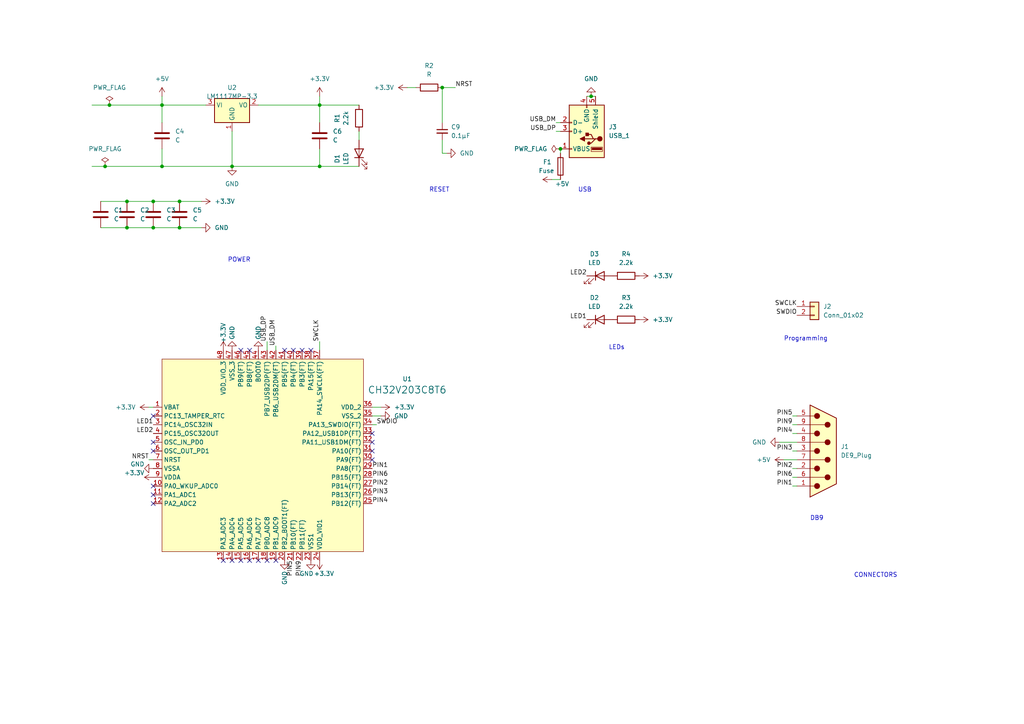
<source format=kicad_sch>
(kicad_sch (version 20250114) (generator "eeschema") (generator_version "9.0")
  (paper "A4")
  (lib_symbols
    (symbol "CH32V203:CH32V203C8T6"
      (property "Reference" "U" (at 1.27 -1.27 0))
      (property "Value" "CH32V203C8T6" (at 29.21 26.67 0))
      (symbol "CH32V203C8T6_0_1"
        (rectangle (start 0 0) (end 58.42 55.88) (fill (type background)))
      )
      (symbol "CH32V203C8T6_1_1"
        (pin power_in line (at -2.54 41.91 0) (length 2.54) (name "VBAT") (number "1"))
        (pin bidirectional line (at -2.54 39.37 0) (length 2.54) (name "PC13_TAMPER_RTC") (number "2"))
        (pin bidirectional line (at -2.54 36.83 0) (length 2.54) (name "PC14_OSC32IN") (number "3"))
        (pin bidirectional line (at -2.54 34.29 0) (length 2.54) (name "PC15_OSC32OUT") (number "4"))
        (pin bidirectional line (at -2.54 31.75 0) (length 2.54) (name "OSC_IN_PD0") (number "5"))
        (pin bidirectional line (at -2.54 29.21 0) (length 2.54) (name "OSC_OUT_PD1") (number "6"))
        (pin bidirectional line (at -2.54 26.67 0) (length 2.54) (name "NRST") (number "7"))
        (pin power_in line (at -2.54 24.13 0) (length 2.54) (name "VSSA") (number "8"))
        (pin power_in line (at -2.54 21.59 0) (length 2.54) (name "VDDA") (number "9"))
        (pin bidirectional line (at -2.54 19.05 0) (length 2.54) (name "PA0_WKUP_ADC0") (number "10"))
        (pin bidirectional line (at -2.54 16.51 0) (length 2.54) (name "PA1_ADC1") (number "11"))
        (pin bidirectional line (at -2.54 13.97 0) (length 2.54) (name "PA2_ADC2") (number "12"))
        (pin power_in line (at 17.78 58.42 270) (length 2.54) (name "VDD_VIO_3") (number "48"))
        (pin bidirectional line (at 17.78 -2.54 90) (length 2.54) (name "PA3_ADC3") (number "13"))
        (pin power_in line (at 20.32 58.42 270) (length 2.54) (name "VSS_3") (number "47"))
        (pin bidirectional line (at 20.32 -2.54 90) (length 2.54) (name "PA4_ADC4") (number "14"))
        (pin bidirectional line (at 22.86 58.42 270) (length 2.54) (name "PB9(FT)") (number "46"))
        (pin bidirectional line (at 22.86 -2.54 90) (length 2.54) (name "PA5_ADC5") (number "15"))
        (pin bidirectional line (at 25.4 58.42 270) (length 2.54) (name "PB8(FT)") (number "45"))
        (pin bidirectional line (at 25.4 -2.54 90) (length 2.54) (name "PA6_ADC6") (number "16"))
        (pin bidirectional line (at 27.94 58.42 270) (length 2.54) (name "BOOT0") (number "44"))
        (pin bidirectional line (at 27.94 -2.54 90) (length 2.54) (name "PA7_ADC7") (number "17"))
        (pin bidirectional line (at 30.48 58.42 270) (length 2.54) (name "PB7_USB2DP(FT)") (number "43"))
        (pin bidirectional line (at 30.48 -2.54 90) (length 2.54) (name "PB0_ADC8") (number "18"))
        (pin bidirectional line (at 33.02 58.42 270) (length 2.54) (name "PB6_USB2DM(FT)") (number "42"))
        (pin bidirectional line (at 33.02 -2.54 90) (length 2.54) (name "PB1_ADC9") (number "19"))
        (pin bidirectional line (at 35.56 58.42 270) (length 2.54) (name "PB5(FT)") (number "41"))
        (pin bidirectional line (at 35.56 -2.54 90) (length 2.54) (name "PB2_BOOT1(FT)") (number "20"))
        (pin bidirectional line (at 38.1 58.42 270) (length 2.54) (name "PB4(FT)") (number "40"))
        (pin bidirectional line (at 38.1 -2.54 90) (length 2.54) (name "PB10(FT)") (number "21"))
        (pin bidirectional line (at 40.64 58.42 270) (length 2.54) (name "PB3(FT)") (number "39"))
        (pin bidirectional line (at 40.64 -2.54 90) (length 2.54) (name "PB11(FT)") (number "22"))
        (pin bidirectional line (at 43.18 58.42 270) (length 2.54) (name "PA15(FT)") (number "38"))
        (pin power_in line (at 43.18 -2.54 90) (length 2.54) (name "VSS1") (number "23"))
        (pin bidirectional line (at 45.72 58.42 270) (length 2.54) (name "PA14_SWCLK(FT)") (number "37"))
        (pin power_in line (at 45.72 -2.54 90) (length 2.54) (name "VDD_VIO1") (number "24"))
        (pin power_in line (at 60.96 41.91 180) (length 2.54) (name "VDD_2") (number "36"))
        (pin power_in line (at 60.96 39.37 180) (length 2.54) (name "VSS_2") (number "35"))
        (pin bidirectional line (at 60.96 36.83 180) (length 2.54) (name "PA13_SWDIO(FT)") (number "34"))
        (pin bidirectional line (at 60.96 34.29 180) (length 2.54) (name "PA12_USB1DP(FT)") (number "33"))
        (pin bidirectional line (at 60.96 31.75 180) (length 2.54) (name "PA11_USB1DM(FT)") (number "32"))
        (pin bidirectional line (at 60.96 29.21 180) (length 2.54) (name "PA10(FT)") (number "31"))
        (pin bidirectional line (at 60.96 26.67 180) (length 2.54) (name "PA9(FT)") (number "30"))
        (pin bidirectional line (at 60.96 24.13 180) (length 2.54) (name "PA8(FT)") (number "29"))
        (pin bidirectional line (at 60.96 21.59 180) (length 2.54) (name "PB15(FT)") (number "28"))
        (pin bidirectional line (at 60.96 19.05 180) (length 2.54) (name "PB14(FT)") (number "27"))
        (pin bidirectional line (at 60.96 16.51 180) (length 2.54) (name "PB13(FT)") (number "26"))
        (pin bidirectional line (at 60.96 13.97 180) (length 2.54) (name "PB12(FT)") (number "25"))
      )
    )
    (symbol "Connector:DE9_Plug" (pin_names (offset 1.016) (hide yes))
      (property "Reference" "J" (at 0 13.97 0))
      (property "Value" "DE9_Plug" (at 0 -14.605 0))
      (symbol "DE9_Plug_0_1"
        (polyline (pts (xy -3.81 10.16) (xy -2.54 10.16)))
        (polyline (pts (xy -3.81 7.62) (xy 0.508 7.62)))
        (polyline (pts (xy -3.81 5.08) (xy -2.54 5.08)))
        (polyline (pts (xy -3.81 2.54) (xy 0.508 2.54)))
        (polyline (pts (xy -3.81 0) (xy -2.54 0)))
        (polyline (pts (xy -3.81 -2.54) (xy 0.508 -2.54)))
        (polyline (pts (xy -3.81 -5.08) (xy -2.54 -5.08)))
        (polyline (pts (xy -3.81 -7.62) (xy 0.508 -7.62)))
        (polyline (pts (xy -3.81 -10.16) (xy -2.54 -10.16)))
        (polyline (pts (xy -3.81 -13.335) (xy -3.81 13.335) (xy 3.81 9.525) (xy 3.81 -9.525) (xy -3.81 -13.335)) (stroke (width 0.254)) (fill (type background)))
        (circle (center -1.778 10.16) (radius 0.762) (fill (type outline)))
        (circle (center -1.778 5.08) (radius 0.762) (fill (type outline)))
        (circle (center -1.778 0) (radius 0.762) (fill (type outline)))
        (circle (center -1.778 -5.08) (radius 0.762) (fill (type outline)))
        (circle (center -1.778 -10.16) (radius 0.762) (fill (type outline)))
        (circle (center 1.27 7.62) (radius 0.762) (fill (type outline)))
        (circle (center 1.27 2.54) (radius 0.762) (fill (type outline)))
        (circle (center 1.27 -2.54) (radius 0.762) (fill (type outline)))
        (circle (center 1.27 -7.62) (radius 0.762) (fill (type outline)))
      )
      (symbol "DE9_Plug_1_1"
        (pin passive line (at -7.62 10.16 0) (length 3.81) (name "5") (number "5"))
        (pin passive line (at -7.62 7.62 0) (length 3.81) (name "9") (number "9"))
        (pin passive line (at -7.62 5.08 0) (length 3.81) (name "4") (number "4"))
        (pin passive line (at -7.62 2.54 0) (length 3.81) (name "8") (number "8"))
        (pin passive line (at -7.62 0 0) (length 3.81) (name "3") (number "3"))
        (pin passive line (at -7.62 -2.54 0) (length 3.81) (name "7") (number "7"))
        (pin passive line (at -7.62 -5.08 0) (length 3.81) (name "2") (number "2"))
        (pin passive line (at -7.62 -7.62 0) (length 3.81) (name "6") (number "6"))
        (pin passive line (at -7.62 -10.16 0) (length 3.81) (name "1") (number "1"))
      )
    )
    (symbol "Connector:USB_A" (pin_names (offset 1.016))
      (property "Reference" "J" (at -5.08 11.43 0))
      (property "Value" "USB_A" (at -5.08 8.89 0))
      (symbol "USB_A_0_1"
        (rectangle (start -5.08 -7.62) (end 5.08 7.62) (stroke (width 0.254)) (fill (type background)))
        (circle (center -3.81 2.159) (radius 0.635) (stroke (width 0.254)) (fill (type outline)))
        (polyline (pts (xy -3.175 2.159) (xy -2.54 2.159) (xy -1.27 3.429) (xy -0.635 3.429)) (stroke (width 0.254)))
        (polyline (pts (xy -2.54 2.159) (xy -1.905 2.159) (xy -1.27 0.889) (xy 0 0.889)) (stroke (width 0.254)))
        (rectangle (start -1.524 4.826) (end -4.318 5.334) (fill (type outline)))
        (rectangle (start -1.27 4.572) (end -4.572 5.842))
        (circle (center -0.635 3.429) (radius 0.381) (stroke (width 0.254)) (fill (type outline)))
        (rectangle (start -0.127 -7.62) (end 0.127 -6.858))
        (rectangle (start 0.254 1.27) (end -0.508 0.508) (stroke (width 0.254)) (fill (type outline)))
        (polyline (pts (xy 0.635 2.794) (xy 0.635 1.524) (xy 1.905 2.159) (xy 0.635 2.794)) (stroke (width 0.254)) (fill (type outline)))
        (rectangle (start 5.08 4.953) (end 4.318 5.207))
        (rectangle (start 5.08 -0.127) (end 4.318 0.127))
        (rectangle (start 5.08 -2.667) (end 4.318 -2.413))
      )
      (symbol "USB_A_1_1"
        (polyline (pts (xy -1.905 2.159) (xy 0.635 2.159)) (stroke (width 0.254)))
        (pin passive line (at -2.54 -10.16 90) (length 2.54) (name "Shield") (number "5"))
        (pin power_in line (at 0 -10.16 90) (length 2.54) (name "GND") (number "4"))
        (pin power_in line (at 7.62 5.08 180) (length 2.54) (name "VBUS") (number "1"))
        (pin bidirectional line (at 7.62 0 180) (length 2.54) (name "D+") (number "3"))
        (pin bidirectional line (at 7.62 -2.54 180) (length 2.54) (name "D-") (number "2"))
      )
    )
    (symbol "Connector_Generic:Conn_01x02" (pin_names (offset 1.016) (hide yes))
      (property "Reference" "J" (at 0 2.54 0))
      (property "Value" "Conn_01x02" (at 0 -5.08 0))
      (symbol "Conn_01x02_1_1"
        (rectangle (start -1.27 1.27) (end 1.27 -3.81) (stroke (width 0.254)) (fill (type background)))
        (rectangle (start -1.27 0.127) (end 0 -0.127) (stroke (width 0.1524)))
        (rectangle (start -1.27 -2.413) (end 0 -2.667) (stroke (width 0.1524)))
        (pin passive line (at -5.08 0 0) (length 3.81) (name "Pin_1") (number "1"))
        (pin passive line (at -5.08 -2.54 0) (length 3.81) (name "Pin_2") (number "2"))
      )
    )
    (symbol "Device:C" (pin_numbers (hide yes)) (pin_names (offset 0.254))
      (property "Reference" "C" (at 0.635 2.54 0))
      (property "Value" "C" (at 0.635 -2.54 0))
      (symbol "C_0_1"
        (polyline (pts (xy -2.032 0.762) (xy 2.032 0.762)) (stroke (width 0.508)))
        (polyline (pts (xy -2.032 -0.762) (xy 2.032 -0.762)) (stroke (width 0.508)))
      )
      (symbol "C_1_1"
        (pin passive line (at 0 3.81 270) (length 2.794) (name "~") (number "1"))
        (pin passive line (at 0 -3.81 90) (length 2.794) (name "~") (number "2"))
      )
    )
    (symbol "Device:C_Small" (pin_numbers (hide yes)) (pin_names (offset 0.254) (hide yes))
      (property "Reference" "C" (at 0.254 1.778 0))
      (property "Value" "C_Small" (at 0.254 -2.032 0))
      (symbol "C_Small_0_1"
        (polyline (pts (xy -1.524 0.508) (xy 1.524 0.508)) (stroke (width 0.3048)))
        (polyline (pts (xy -1.524 -0.508) (xy 1.524 -0.508)) (stroke (width 0.3302)))
      )
      (symbol "C_Small_1_1"
        (pin passive line (at 0 2.54 270) (length 2.032) (name "~") (number "1"))
        (pin passive line (at 0 -2.54 90) (length 2.032) (name "~") (number "2"))
      )
    )
    (symbol "Device:Fuse" (pin_numbers (hide yes)) (pin_names (offset 0))
      (property "Reference" "F" (at 2.032 0 90))
      (property "Value" "Fuse" (at -1.905 0 90))
      (symbol "Fuse_0_1"
        (rectangle (start -0.762 -2.54) (end 0.762 2.54) (stroke (width 0.254)))
        (polyline (pts (xy 0 2.54) (xy 0 -2.54)))
      )
      (symbol "Fuse_1_1"
        (pin passive line (at 0 3.81 270) (length 1.27) (name "~") (number "1"))
        (pin passive line (at 0 -3.81 90) (length 1.27) (name "~") (number "2"))
      )
    )
    (symbol "Device:LED" (pin_numbers (hide yes)) (pin_names (offset 1.016) (hide yes))
      (property "Reference" "D" (at 0 2.54 0))
      (property "Value" "LED" (at 0 -2.54 0))
      (symbol "LED_0_1"
        (polyline (pts (xy -3.048 -0.762) (xy -4.572 -2.286) (xy -3.81 -2.286) (xy -4.572 -2.286) (xy -4.572 -1.524)))
        (polyline (pts (xy -1.778 -0.762) (xy -3.302 -2.286) (xy -2.54 -2.286) (xy -3.302 -2.286) (xy -3.302 -1.524)))
        (polyline (pts (xy -1.27 0) (xy 1.27 0)))
        (polyline (pts (xy -1.27 -1.27) (xy -1.27 1.27)) (stroke (width 0.254)))
        (polyline (pts (xy 1.27 -1.27) (xy 1.27 1.27) (xy -1.27 0) (xy 1.27 -1.27)) (stroke (width 0.254)))
      )
      (symbol "LED_1_1"
        (pin passive line (at -3.81 0 0) (length 2.54) (name "K") (number "1"))
        (pin passive line (at 3.81 0 180) (length 2.54) (name "A") (number "2"))
      )
    )
    (symbol "Device:R" (pin_numbers (hide yes)) (pin_names (offset 0))
      (property "Reference" "R" (at 2.032 0 90))
      (property "Value" "R" (at 0 0 90))
      (symbol "R_0_1"
        (rectangle (start -1.016 -2.54) (end 1.016 2.54) (stroke (width 0.254)))
      )
      (symbol "R_1_1"
        (pin passive line (at 0 3.81 270) (length 1.27) (name "~") (number "1"))
        (pin passive line (at 0 -3.81 90) (length 1.27) (name "~") (number "2"))
      )
    )
    (symbol "Regulator_Linear:LM1117MP-3.3"
      (property "Reference" "U" (at -3.81 3.175 0))
      (property "Value" "LM1117MP-3.3" (at 0 3.175 0))
      (symbol "LM1117MP-3.3_0_1"
        (rectangle (start -5.08 -5.08) (end 5.08 1.905) (stroke (width 0.254)) (fill (type background)))
      )
      (symbol "LM1117MP-3.3_1_1"
        (pin power_in line (at -7.62 0 0) (length 2.54) (name "VI") (number "3"))
        (pin power_in line (at 0 -7.62 90) (length 2.54) (name "GND") (number "1"))
        (pin power_out line (at 7.62 0 180) (length 2.54) (name "VO") (number "2"))
      )
    )
    (symbol "power:+3.3V" (power) (pin_names (offset 0))
      (property "Value" "+3.3V" (at 0 3.556 0))
      (symbol "+3.3V_0_1"
        (polyline (pts (xy -0.762 1.27) (xy 0 2.54)))
        (polyline (pts (xy 0 2.54) (xy 0.762 1.27)))
        (polyline (pts (xy 0 0) (xy 0 2.54)))
      )
      (symbol "+3.3V_1_1"
        (pin power_in line (at 0 0 90) (length 0) (hide yes) (name "+3.3V") (number "1"))
      )
    )
    (symbol "power:+5V" (power) (pin_names (offset 0))
      (property "Value" "+5V" (at 0 3.556 0))
      (symbol "+5V_0_1"
        (polyline (pts (xy -0.762 1.27) (xy 0 2.54)))
        (polyline (pts (xy 0 2.54) (xy 0.762 1.27)))
        (polyline (pts (xy 0 0) (xy 0 2.54)))
      )
      (symbol "+5V_1_1"
        (pin power_in line (at 0 0 90) (length 0) (hide yes) (name "+5V") (number "1"))
      )
    )
    (symbol "power:GND" (power) (pin_names (offset 0))
      (property "Value" "GND" (at 0 -3.81 0))
      (symbol "GND_0_1"
        (polyline (pts (xy 0 0) (xy 0 -1.27) (xy 1.27 -1.27) (xy 0 -2.54) (xy -1.27 -1.27) (xy 0 -1.27)))
      )
      (symbol "GND_1_1"
        (pin power_in line (at 0 0 270) (length 0) (hide yes) (name "GND") (number "1"))
      )
    )
    (symbol "power:PWR_FLAG" (power) (pin_numbers (hide yes)) (pin_names (offset 0) (hide yes))
      (property "Value" "PWR_FLAG" (at 0 3.81 0))
      (symbol "PWR_FLAG_0_0"
        (pin power_out line (at 0 0 90) (length 0) (name "pwr") (number "1"))
      )
      (symbol "PWR_FLAG_0_1"
        (polyline (pts (xy 0 0) (xy 0 1.27) (xy -1.016 1.905) (xy 0 2.54) (xy 1.016 1.905) (xy 0 1.27)))
      )
    )
  )
  (text "USB\n" (at 167.64 55.88 0) (effects (font (size 1.27 1.27)) (justify left bottom)))
  (text "LEDs\n" (at 176.53 101.6 0) (effects (font (size 1.27 1.27)) (justify left bottom)))
  (text "Programming\n" (at 227.33 99.06 0) (effects (font (size 1.27 1.27)) (justify left bottom)))
  (text "POWER\n" (at 66.04 76.2 0) (effects (font (size 1.27 1.27)) (justify left bottom)))
  (text "CONNECTORS\n" (at 247.65 167.64 0) (effects (font (size 1.27 1.27)) (justify left bottom)))
  (text "DB9" (at 234.95 151.13 0) (effects (font (size 1.27 1.27)) (justify left bottom)))
  (text "RESET" (at 124.46 55.88 0) (effects (font (size 1.27 1.27)) (justify left bottom)))
  (junction (at 67.31 48.26))
  (junction (at 128.27 25.4))
  (junction (at 36.83 66.04))
  (junction (at 52.07 58.42))
  (junction (at 36.83 58.42))
  (junction (at 46.99 48.26))
  (junction (at 171.45 27.94))
  (junction (at 44.45 66.04))
  (junction (at 92.71 30.48))
  (junction (at 162.56 43.18))
  (junction (at 92.71 48.26))
  (junction (at 46.99 30.48))
  (junction (at 30.48 48.26))
  (junction (at 52.07 66.04))
  (junction (at 31.75 30.48))
  (junction (at 44.45 58.42))
  (no_connect (at 77.47 162.56))
  (no_connect (at 44.45 120.65))
  (no_connect (at 44.45 130.81))
  (no_connect (at 67.31 162.56))
  (no_connect (at 82.55 101.6))
  (no_connect (at 64.77 162.56))
  (no_connect (at 44.45 146.05))
  (no_connect (at 69.85 101.6))
  (no_connect (at 107.95 133.35))
  (no_connect (at 107.95 130.81))
  (no_connect (at 87.63 101.6))
  (no_connect (at 44.45 143.51))
  (no_connect (at 44.45 128.27))
  (no_connect (at 85.09 101.6))
  (no_connect (at 69.85 162.56))
  (no_connect (at 74.93 162.56))
  (no_connect (at 90.17 101.6))
  (no_connect (at 72.39 162.56))
  (no_connect (at 107.95 125.73))
  (no_connect (at 80.01 162.56))
  (no_connect (at 72.39 101.6))
  (no_connect (at 44.45 140.97))
  (no_connect (at 107.95 128.27))
  (wire (pts (xy 107.95 118.11) (xy 110.49 118.11)))
  (wire (pts (xy 67.31 48.26) (xy 92.71 48.26)) (stroke (width 0.1524)))
  (wire (pts (xy 172.72 27.94) (xy 171.45 27.94)))
  (wire (pts (xy 229.87 120.65) (xy 231.14 120.65)))
  (wire (pts (xy 229.87 140.97) (xy 231.14 140.97)))
  (wire (pts (xy 118.11 25.4) (xy 120.65 25.4)))
  (wire (pts (xy 46.99 43.18) (xy 46.99 48.26)) (stroke (width 0.1524)))
  (wire (pts (xy 227.33 133.35) (xy 231.14 133.35)))
  (wire (pts (xy 161.29 38.1) (xy 162.56 38.1)))
  (wire (pts (xy 161.29 35.56) (xy 162.56 35.56)))
  (wire (pts (xy 31.75 30.48) (xy 26.67 30.48)) (stroke (width 0.1524)))
  (wire (pts (xy 128.27 25.4) (xy 128.27 35.56)))
  (wire (pts (xy 107.95 120.65) (xy 110.49 120.65)))
  (wire (pts (xy 43.18 133.35) (xy 44.45 133.35)))
  (wire (pts (xy 92.71 43.18) (xy 92.71 48.26)) (stroke (width 0.1524)))
  (wire (pts (xy 43.18 118.11) (xy 44.45 118.11)))
  (wire (pts (xy 67.31 48.26) (xy 67.31 38.1)) (stroke (width 0.1524)))
  (wire (pts (xy 128.27 40.64) (xy 128.27 44.45)))
  (wire (pts (xy 59.69 30.48) (xy 46.99 30.48)) (stroke (width 0.1524)))
  (wire (pts (xy 80.01 100.33) (xy 80.01 101.6)))
  (wire (pts (xy 44.45 66.04) (xy 52.07 66.04)))
  (wire (pts (xy 92.71 30.48) (xy 104.14 30.48)))
  (wire (pts (xy 104.14 40.64) (xy 104.14 38.1)))
  (wire (pts (xy 229.87 138.43) (xy 231.14 138.43)))
  (wire (pts (xy 171.45 27.94) (xy 170.18 27.94)))
  (wire (pts (xy 129.54 44.45) (xy 128.27 44.45)))
  (wire (pts (xy 162.56 52.07) (xy 160.02 52.07)))
  (wire (pts (xy 52.07 66.04) (xy 58.42 66.04)))
  (wire (pts (xy 92.71 48.26) (xy 104.14 48.26)) (stroke (width 0.1524)))
  (wire (pts (xy 92.71 99.06) (xy 92.71 101.6)))
  (wire (pts (xy 36.83 58.42) (xy 44.45 58.42)))
  (wire (pts (xy 67.31 48.26) (xy 46.99 48.26)) (stroke (width 0.1524)))
  (wire (pts (xy 46.99 30.48) (xy 46.99 35.56)) (stroke (width 0.1524)))
  (wire (pts (xy 46.99 27.94) (xy 46.99 30.48)))
  (wire (pts (xy 229.87 123.19) (xy 231.14 123.19)))
  (wire (pts (xy 30.48 48.26) (xy 26.67 48.26)) (stroke (width 0.1524)))
  (wire (pts (xy 44.45 58.42) (xy 52.07 58.42)))
  (wire (pts (xy 162.56 44.45) (xy 162.56 43.18)))
  (wire (pts (xy 46.99 48.26) (xy 30.48 48.26)) (stroke (width 0.1524)))
  (wire (pts (xy 77.47 99.06) (xy 77.47 101.6)))
  (wire (pts (xy 92.71 27.94) (xy 92.71 30.48)))
  (wire (pts (xy 226.06 128.27) (xy 231.14 128.27)))
  (wire (pts (xy 29.21 58.42) (xy 36.83 58.42)))
  (wire (pts (xy 29.21 66.04) (xy 36.83 66.04)))
  (wire (pts (xy 128.27 25.4) (xy 132.08 25.4)))
  (wire (pts (xy 107.95 123.19) (xy 109.22 123.19)))
  (wire (pts (xy 229.87 135.89) (xy 231.14 135.89)))
  (wire (pts (xy 229.87 130.81) (xy 231.14 130.81)))
  (wire (pts (xy 52.07 58.42) (xy 58.42 58.42)))
  (wire (pts (xy 74.93 30.48) (xy 92.71 30.48)))
  (wire (pts (xy 36.83 66.04) (xy 44.45 66.04)))
  (wire (pts (xy 92.71 30.48) (xy 92.71 35.56)) (stroke (width 0.1524)))
  (wire (pts (xy 46.99 30.48) (xy 31.75 30.48)) (stroke (width 0.1524)))
  (wire (pts (xy 229.87 125.73) (xy 231.14 125.73)))
  (label "PIN9" (at 229.87 123.19 180))
  (label "LED2" (at 170.18 80.01 180))
  (label "PIN1" (at 107.95 135.89 0))
  (label "PIN2" (at 229.87 135.89 180))
  (label "USB_DM" (at 80.01 100.33 90))
  (label "NRST" (at 43.18 133.35 180))
  (label "LED2" (at 44.45 125.73 180))
  (label "SWCLK" (at 231.14 88.9 180))
  (label "NRST" (at 132.08 25.4 0))
  (label "USB_DM" (at 161.29 35.56 180))
  (label "LED1" (at 170.18 92.71 180))
  (label "PIN5" (at 85.09 162.56 270))
  (label "PIN3" (at 229.87 130.81 180))
  (label "PIN1" (at 229.87 140.97 180))
  (label "PIN3" (at 107.95 143.51 0))
  (label "SWDIO" (at 109.22 123.19 0))
  (label "SWDIO" (at 231.14 91.44 180))
  (label "LED1" (at 44.45 123.19 180))
  (label "PIN4" (at 229.87 125.73 180))
  (label "PIN6" (at 107.95 138.43 0))
  (label "USB_DP" (at 161.29 38.1 180))
  (label "PIN4" (at 107.95 146.05 0))
  (label "PIN6" (at 229.87 138.43 180))
  (label "PIN5" (at 229.87 120.65 180))
  (label "SWCLK" (at 92.71 99.06 90))
  (label "PIN9" (at 87.63 162.56 270))
  (label "PIN2" (at 107.95 140.97 0))
  (label "USB_DP" (at 77.47 99.06 90))
  (symbol (lib_id "power:GND") (at 58.42 66.04 90) (unit 1)
    (property "Reference" "#PWR06" (effects (hide yes)))
    (property "Value" "GND" (at 62.23 66.04 90) (effects (justify right)))
  )
  (symbol (lib_id "Device:C") (at 36.83 62.23 0) (unit 1)
    (property "Reference" "C2" (at 40.64 60.96 0) (effects (justify left)))
    (property "Value" "C" (at 40.64 63.5 0) (effects (justify left)))
    (property "Footprint" "Capacitor_SMD:C_0603_1608Metric_Pad1.08x0.95mm_HandSolder" (effects (hide yes)))
  )
  (symbol (lib_id "Device:C_Small") (at 128.27 38.1 0) (unit 1)
    (property "Reference" "C9" (at 130.81 36.83 0) (effects (justify left)))
    (property "Value" "0.1μF" (at 130.81 39.37 0) (effects (justify left)))
    (property "Footprint" "Capacitor_SMD:C_0603_1608Metric_Pad1.08x0.95mm_HandSolder" (effects (hide yes)))
    (property "LCSC" "C14663" (effects (hide yes)))
  )
  (symbol (lib_id "power:+3.3V") (at 185.42 80.01 270) (unit 1)
    (property "Reference" "#PWR017" (effects (hide yes)))
    (property "Value" "+3.3V" (at 189.23 80.01 90) (effects (justify left)))
  )
  (symbol (lib_id "Connector_Generic:Conn_01x02") (at 236.22 88.9 0) (unit 1)
    (property "Reference" "J2" (at 238.76 88.9 0) (effects (justify left)))
    (property "Value" "Conn_01x02" (at 238.76 91.44 0) (effects (justify left)))
    (property "Footprint" "Connector_PinHeader_2.54mm:PinHeader_1x02_P2.54mm_Vertical" (effects (hide yes)))
  )
  (symbol (lib_id "Connector:USB_A") (at 170.18 38.1 180) (unit 1)
    (property "Reference" "J3" (at 176.53 36.83 0) (effects (justify right)))
    (property "Value" "USB_1" (at 176.53 39.37 0) (effects (justify right)))
    (property "Footprint" "Connector_USB:USB_A_CONNFLY_DS1095-WNR0" (effects (hide yes)))
    (property "Datasheet" " ~" (effects (hide yes)))
  )
  (symbol (lib_id "power:GND") (at 74.93 101.6 180) (unit 1)
    (property "Reference" "#PWR015" (effects (hide yes)))
    (property "Value" "GND" (at 74.93 96.52 90))
  )
  (symbol (lib_id "power:GND") (at 129.54 44.45 90) (unit 1)
    (property "Reference" "#PWR032" (effects (hide yes)))
    (property "Value" "GND" (at 133.35 44.45 90) (effects (justify right)))
  )
  (symbol (lib_id "Device:R") (at 181.61 80.01 90) (unit 1)
    (property "Reference" "R4" (at 181.61 73.66 90))
    (property "Value" "2.2k" (at 181.61 76.2 90))
    (property "Footprint" "Resistor_SMD:R_0603_1608Metric_Pad0.98x0.95mm_HandSolder" (effects (hide yes)))
  )
  (symbol (lib_id "Device:R") (at 124.46 25.4 90) (unit 1)
    (property "Reference" "R2" (at 124.46 19.05 90))
    (property "Value" "R" (at 124.46 21.59 90))
    (property "Footprint" "Resistor_SMD:R_0603_1608Metric_Pad0.98x0.95mm_HandSolder" (effects (hide yes)))
  )
  (symbol (lib_id "power:GND") (at 90.17 162.56 0) (unit 1)
    (property "Reference" "#PWR010" (effects (hide yes)))
    (property "Value" "GND" (at 88.9 166.37 0))
  )
  (symbol (lib_id "Connector:DE9_Plug") (at 238.76 130.81 0) (unit 1)
    (property "Reference" "J1" (at 243.84 129.54 0) (effects (justify left)))
    (property "Value" "DE9_Plug" (at 243.84 132.08 0) (effects (justify left)))
    (property "Footprint" "Connector_Dsub:DSUB-9_Female_EdgeMount_P2.77mm" (effects (hide yes)))
    (property "Datasheet" " ~" (effects (hide yes)))
  )
  (symbol (lib_id "power:GND") (at 44.45 135.89 270) (unit 1)
    (property "Reference" "#PWR02" (effects (hide yes)))
    (property "Value" "GND" (at 41.91 134.62 90) (effects (justify right)))
  )
  (symbol (lib_id "power:+3.3V") (at 44.45 138.43 90) (unit 1)
    (property "Reference" "#PWR03" (effects (hide yes)))
    (property "Value" "+3.3V" (at 41.91 137.16 90) (effects (justify left)))
  )
  (symbol (lib_id "Device:C") (at 44.45 62.23 0) (unit 1)
    (property "Reference" "C3" (at 48.26 60.96 0) (effects (justify left)))
    (property "Value" "C" (at 48.26 63.5 0) (effects (justify left)))
    (property "Footprint" "Capacitor_SMD:C_0603_1608Metric_Pad1.08x0.95mm_HandSolder" (effects (hide yes)))
  )
  (symbol (lib_id "power:+3.3V") (at 64.77 101.6 0) (unit 1)
    (property "Reference" "#PWR07" (effects (hide yes)))
    (property "Value" "+3.3V" (at 64.77 96.52 90))
  )
  (symbol (lib_id "power:+3.3V") (at 92.71 162.56 180) (unit 1)
    (property "Reference" "#PWR012" (effects (hide yes)))
    (property "Value" "+3.3V" (at 93.98 166.37 0))
  )
  (symbol (lib_id "Device:R") (at 181.61 92.71 90) (unit 1)
    (property "Reference" "R3" (at 181.61 86.36 90))
    (property "Value" "2.2k" (at 181.61 88.9 90))
    (property "Footprint" "Resistor_SMD:R_0603_1608Metric_Pad0.98x0.95mm_HandSolder" (effects (hide yes)))
  )
  (symbol (lib_id "power:+5V") (at 227.33 133.35 90) (unit 1)
    (property "Reference" "#PWR018" (effects (hide yes)))
    (property "Value" "+5V" (at 223.52 133.35 90) (effects (justify left)))
  )
  (symbol (lib_id "power:GND") (at 110.49 120.65 90) (unit 1)
    (property "Reference" "#PWR014" (effects (hide yes)))
    (property "Value" "GND" (at 114.3 120.65 90) (effects (justify right)))
  )
  (symbol (lib_id "power:PWR_FLAG") (at 31.75 30.48 0) (unit 1)
    (property "Reference" "#FLG02" (effects (hide yes)))
    (property "Value" "PWR_FLAG" (at 31.75 25.4 0))
  )
  (symbol (lib_id "power:+3.3V") (at 92.71 27.94 0) (unit 1)
    (property "Reference" "#PWR011" (effects (hide yes)))
    (property "Value" "+3.3V" (at 92.71 22.86 0))
  )
  (symbol (lib_id "CH32V203:CH32V203C8T6") (at 46.99 160.02 0) (unit 1)
    (property "Reference" "U1" (at 118.11 109.9119 0))
    (property "Value" "CH32V203C8T6" (at 118.11 113.0868 0) (effects (font (size 2 2))))
    (property "Footprint" "Package_QFP:LQFP-48_7x7mm_P0.5mm" (effects (hide yes)))
  )
  (symbol (lib_id "Device:C") (at 52.07 62.23 0) (unit 1)
    (property "Reference" "C5" (at 55.88 60.96 0) (effects (justify left)))
    (property "Value" "C" (at 55.88 63.5 0) (effects (justify left)))
    (property "Footprint" "Capacitor_SMD:C_0603_1608Metric_Pad1.08x0.95mm_HandSolder" (effects (hide yes)))
  )
  (symbol (lib_id "Device:LED") (at 173.99 80.01 0) (unit 1)
    (property "Reference" "D3" (at 172.4025 73.66 0))
    (property "Value" "LED" (at 172.4025 76.2 0))
    (property "Footprint" "LED_SMD:LED_0805_2012Metric_Pad1.15x1.40mm_HandSolder" (effects (hide yes)))
  )
  (symbol (lib_id "power:GND") (at 82.55 162.56 0) (unit 1)
    (property "Reference" "#PWR016" (effects (hide yes)))
    (property "Value" "GND" (at 82.55 167.64 90))
  )
  (symbol (lib_id "power:+3.3V") (at 43.18 118.11 90) (unit 1)
    (property "Reference" "#PWR01" (effects (hide yes)))
    (property "Value" "+3.3V" (at 39.37 118.11 90) (effects (justify left)))
  )
  (symbol (lib_id "Device:Fuse") (at 162.56 48.26 0) (unit 1)
    (property "Reference" "F1" (at 157.48 46.99 0) (effects (justify left)))
    (property "Value" "Fuse" (at 156.21 49.53 0) (effects (justify left)))
    (property "Footprint" "Fuse:Fuse_1206_3216Metric_Pad1.42x1.75mm_HandSolder" (effects (hide yes)))
  )
  (symbol (lib_id "Device:LED") (at 173.99 92.71 0) (unit 1)
    (property "Reference" "D2" (at 172.4025 86.36 0))
    (property "Value" "LED" (at 172.4025 88.9 0))
    (property "Footprint" "LED_SMD:LED_0805_2012Metric_Pad1.15x1.40mm_HandSolder" (effects (hide yes)))
  )
  (symbol (lib_id "Device:C") (at 92.71 39.37 0) (unit 1)
    (property "Reference" "C6" (at 96.52 38.1 0) (effects (justify left)))
    (property "Value" "C" (at 96.52 40.64 0) (effects (justify left)))
    (property "Footprint" "Capacitor_SMD:C_0603_1608Metric_Pad1.08x0.95mm_HandSolder" (effects (hide yes)))
  )
  (symbol (lib_id "power:GND") (at 226.06 128.27 270) (unit 1)
    (property "Reference" "#PWR019" (effects (hide yes)))
    (property "Value" "GND" (at 222.25 128.27 90) (effects (justify right)))
  )
  (symbol (lib_id "power:PWR_FLAG") (at 162.56 43.18 90) (unit 1)
    (property "Reference" "#FLG03" (effects (hide yes)))
    (property "Value" "PWR_FLAG" (at 158.75 43.18 90) (effects (justify left)))
  )
  (symbol (lib_id "Device:R") (at 104.14 34.29 180) (unit 1)
    (property "Reference" "R1" (at 97.79 34.29 90))
    (property "Value" "2.2k" (at 100.33 34.29 90))
    (property "Footprint" "Resistor_SMD:R_0603_1608Metric_Pad0.98x0.95mm_HandSolder" (effects (hide yes)))
  )
  (symbol (lib_id "Device:C") (at 29.21 62.23 0) (unit 1)
    (property "Reference" "C1" (at 33.02 60.96 0) (effects (justify left)))
    (property "Value" "C" (at 33.02 63.5 0) (effects (justify left)))
    (property "Footprint" "Capacitor_SMD:C_0603_1608Metric_Pad1.08x0.95mm_HandSolder" (effects (hide yes)))
  )
  (symbol (lib_id "power:+5V") (at 46.99 27.94 0) (unit 1)
    (property "Reference" "#PWR04" (effects (hide yes)))
    (property "Value" "+5V" (at 46.99 22.86 0))
  )
  (symbol (lib_id "Regulator_Linear:LM1117MP-3.3") (at 67.31 30.48 0) (unit 1)
    (property "Reference" "U2" (at 67.31 25.4 0))
    (property "Value" "LM1117MP-3.3" (at 67.31 27.94 0))
    (property "Footprint" "Package_TO_SOT_SMD:SOT-89-3" (effects (hide yes)))
    (property "Datasheet" "http://www.ti.com/lit/ds/symlink/lm1117.pdf" (effects (hide yes)))
  )
  (symbol (lib_id "power:+3.3V") (at 118.11 25.4 90) (unit 1)
    (property "Reference" "#PWR027" (effects (hide yes)))
    (property "Value" "+3.3V" (at 114.3 25.4 90) (effects (justify left)))
  )
  (symbol (lib_id "power:GND") (at 171.45 27.94 180) (unit 1)
    (property "Reference" "#PWR031" (effects (hide yes)))
    (property "Value" "GND" (at 171.45 22.86 0))
  )
  (symbol (lib_id "power:GND") (at 67.31 101.6 180) (unit 1)
    (property "Reference" "#PWR09" (effects (hide yes)))
    (property "Value" "GND" (at 67.31 96.52 90))
  )
  (symbol (lib_id "power:GND") (at 67.31 48.26 0) (unit 1)
    (property "Reference" "#PWR08" (effects (hide yes)))
    (property "Value" "GND" (at 67.31 53.34 0))
  )
  (symbol (lib_id "Device:LED") (at 104.14 44.45 90) (unit 1)
    (property "Reference" "D1" (at 97.79 46.0375 0))
    (property "Value" "LED" (at 100.33 46.0375 0))
    (property "Footprint" "LED_SMD:LED_0805_2012Metric_Pad1.15x1.40mm_HandSolder" (effects (hide yes)))
  )
  (symbol (lib_id "Device:C") (at 46.99 39.37 0) (unit 1)
    (property "Reference" "C4" (at 50.8 38.1 0) (effects (justify left)))
    (property "Value" "C" (at 50.8 40.64 0) (effects (justify left)))
    (property "Footprint" "Capacitor_SMD:C_0603_1608Metric_Pad1.08x0.95mm_HandSolder" (effects (hide yes)))
  )
  (symbol (lib_id "power:PWR_FLAG") (at 30.48 48.26 0) (unit 1)
    (property "Reference" "#FLG01" (effects (hide yes)))
    (property "Value" "PWR_FLAG" (at 30.48 43.18 0))
  )
  (symbol (lib_id "power:+3.3V") (at 185.42 92.71 270) (unit 1)
    (property "Reference" "#PWR022" (effects (hide yes)))
    (property "Value" "+3.3V" (at 189.23 92.71 90) (effects (justify left)))
  )
  (symbol (lib_id "power:+5V") (at 160.02 52.07 90) (unit 1)
    (property "Reference" "#PWR026" (effects (hide yes)))
    (property "Value" "+5V" (at 165.1 53.34 90) (effects (justify left)))
  )
  (symbol (lib_id "power:+3.3V") (at 58.42 58.42 270) (unit 1)
    (property "Reference" "#PWR05" (effects (hide yes)))
    (property "Value" "+3.3V" (at 62.23 58.42 90) (effects (justify left)))
  )
  (symbol (lib_id "power:+3.3V") (at 110.49 118.11 270) (unit 1)
    (property "Reference" "#PWR013" (effects (hide yes)))
    (property "Value" "+3.3V" (at 114.3 118.11 90) (effects (justify left)))
  )
)
</source>
